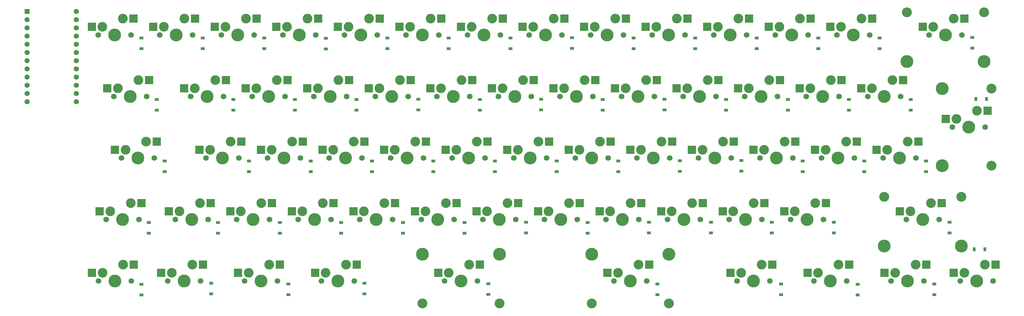
<source format=gbr>
%TF.GenerationSoftware,KiCad,Pcbnew,(6.0.7-1)-1*%
%TF.CreationDate,2022-10-01T18:19:12+02:00*%
%TF.ProjectId,staggered-keyboard,73746167-6765-4726-9564-2d6b6579626f,rev?*%
%TF.SameCoordinates,Original*%
%TF.FileFunction,Soldermask,Bot*%
%TF.FilePolarity,Negative*%
%FSLAX46Y46*%
G04 Gerber Fmt 4.6, Leading zero omitted, Abs format (unit mm)*
G04 Created by KiCad (PCBNEW (6.0.7-1)-1) date 2022-10-01 18:19:12*
%MOMM*%
%LPD*%
G01*
G04 APERTURE LIST*
%ADD10C,3.000000*%
%ADD11C,3.987800*%
%ADD12C,1.750000*%
%ADD13R,2.550000X2.500000*%
%ADD14C,3.048000*%
%ADD15R,1.600000X1.600000*%
%ADD16C,1.600000*%
%ADD17R,1.200000X0.900000*%
%ADD18R,0.900000X1.200000*%
G04 APERTURE END LIST*
D10*
%TO.C,MX54*%
X347821250Y-201295000D03*
D11*
X345281250Y-206375000D03*
D10*
X341471250Y-203835000D03*
D12*
X340201250Y-206375000D03*
X350361250Y-206375000D03*
D13*
X338196250Y-203835000D03*
X351123250Y-201295000D03*
D14*
X357219250Y-199390000D03*
X333343250Y-199390000D03*
D11*
X357219250Y-214630000D03*
X333343250Y-214630000D03*
%TD*%
D10*
%TO.C,MX60*%
X257333750Y-220345000D03*
D11*
X254793750Y-225425000D03*
D10*
X250983750Y-222885000D03*
D12*
X249713750Y-225425000D03*
X259873750Y-225425000D03*
D13*
X247708750Y-222885000D03*
X260635750Y-220345000D03*
D14*
X266731750Y-232410000D03*
X242855750Y-232410000D03*
D11*
X266731750Y-217170000D03*
X242855750Y-217170000D03*
%TD*%
D10*
%TO.C,MX59*%
X204946250Y-220345000D03*
D11*
X202406250Y-225425000D03*
D10*
X198596250Y-222885000D03*
D12*
X197326250Y-225425000D03*
X207486250Y-225425000D03*
D13*
X195321250Y-222885000D03*
X208248250Y-220345000D03*
D14*
X214344250Y-232410000D03*
X190468250Y-232410000D03*
D11*
X214344250Y-217170000D03*
X190468250Y-217170000D03*
%TD*%
D10*
%TO.C,MX61*%
X295433750Y-220345000D03*
D11*
X292893750Y-225425000D03*
D10*
X289083750Y-222885000D03*
D12*
X287813750Y-225425000D03*
X297973750Y-225425000D03*
D13*
X285808750Y-222885000D03*
X298735750Y-220345000D03*
%TD*%
D10*
%TO.C,MX56*%
X119221250Y-220345000D03*
D11*
X116681250Y-225425000D03*
D10*
X112871250Y-222885000D03*
D12*
X111601250Y-225425000D03*
X121761250Y-225425000D03*
D13*
X109596250Y-222885000D03*
X122523250Y-220345000D03*
%TD*%
D10*
%TO.C,MX58*%
X166846250Y-220345000D03*
D11*
X164306250Y-225425000D03*
D10*
X160496250Y-222885000D03*
D12*
X159226250Y-225425000D03*
X169386250Y-225425000D03*
D13*
X157221250Y-222885000D03*
X170148250Y-220345000D03*
%TD*%
D10*
%TO.C,MX57*%
X143033750Y-220345000D03*
D11*
X140493750Y-225425000D03*
D10*
X136683750Y-222885000D03*
D12*
X135413750Y-225425000D03*
X145573750Y-225425000D03*
D13*
X133408750Y-222885000D03*
X146335750Y-220345000D03*
%TD*%
D10*
%TO.C,MX62*%
X319246250Y-220345000D03*
D11*
X316706250Y-225425000D03*
D10*
X312896250Y-222885000D03*
D12*
X311626250Y-225425000D03*
X321786250Y-225425000D03*
D13*
X309621250Y-222885000D03*
X322548250Y-220345000D03*
%TD*%
D10*
%TO.C,MX42*%
X100171250Y-201295000D03*
D11*
X97631250Y-206375000D03*
D10*
X93821250Y-203835000D03*
D12*
X92551250Y-206375000D03*
X102711250Y-206375000D03*
D13*
X90546250Y-203835000D03*
X103473250Y-201295000D03*
%TD*%
D10*
%TO.C,MX63*%
X343058750Y-220345000D03*
D11*
X340518750Y-225425000D03*
D10*
X336708750Y-222885000D03*
D12*
X335438750Y-225425000D03*
X345598750Y-225425000D03*
D13*
X333433750Y-222885000D03*
X346360750Y-220345000D03*
%TD*%
D10*
%TO.C,MX29*%
X104933750Y-182245000D03*
D11*
X102393750Y-187325000D03*
D10*
X98583750Y-184785000D03*
D12*
X97313750Y-187325000D03*
X107473750Y-187325000D03*
D13*
X95308750Y-184785000D03*
X108235750Y-182245000D03*
%TD*%
%TO.C,MX15*%
X105817000Y-163170000D03*
X92890000Y-165710000D03*
D12*
X105055000Y-168250000D03*
X94895000Y-168250000D03*
D10*
X96165000Y-165710000D03*
D11*
X99975000Y-168250000D03*
D10*
X102515000Y-163170000D03*
%TD*%
D11*
%TO.C,MX28*%
X351266250Y-165844500D03*
X351266250Y-189720500D03*
D14*
X366506250Y-165844500D03*
X366506250Y-189720500D03*
D12*
X364601250Y-177782500D03*
X354441250Y-177782500D03*
D11*
X359521250Y-177782500D03*
D10*
X362061250Y-172702500D03*
D13*
X352436250Y-175242500D03*
D10*
X355711250Y-175242500D03*
D13*
X365363250Y-172702500D03*
%TD*%
D10*
%TO.C,MX14*%
X354902500Y-144132500D03*
D11*
X352362500Y-149212500D03*
D10*
X348552500Y-146672500D03*
D12*
X347282500Y-149212500D03*
X357442500Y-149212500D03*
D13*
X345277500Y-146672500D03*
X358204500Y-144132500D03*
D14*
X364300500Y-142227500D03*
X340424500Y-142227500D03*
D11*
X364300500Y-157467500D03*
X340424500Y-157467500D03*
%TD*%
D10*
%TO.C,MX1*%
X97750000Y-144140000D03*
D11*
X95210000Y-149220000D03*
D10*
X91400000Y-146680000D03*
D12*
X90130000Y-149220000D03*
X100290000Y-149220000D03*
D13*
X88125000Y-146680000D03*
X101052000Y-144140000D03*
%TD*%
D10*
%TO.C,MX20*%
X202517500Y-163177500D03*
D11*
X199977500Y-168257500D03*
D10*
X196167500Y-165717500D03*
D12*
X194897500Y-168257500D03*
X205057500Y-168257500D03*
D13*
X192892500Y-165717500D03*
X205819500Y-163177500D03*
%TD*%
D10*
%TO.C,MX50*%
X254905000Y-201277500D03*
D11*
X252365000Y-206357500D03*
D10*
X248555000Y-203817500D03*
D12*
X247285000Y-206357500D03*
X257445000Y-206357500D03*
D13*
X245280000Y-203817500D03*
X258207000Y-201277500D03*
%TD*%
D10*
%TO.C,MX53*%
X312055000Y-201277500D03*
D11*
X309515000Y-206357500D03*
D10*
X305705000Y-203817500D03*
D12*
X304435000Y-206357500D03*
X314595000Y-206357500D03*
D13*
X302430000Y-203817500D03*
X315357000Y-201277500D03*
%TD*%
D10*
%TO.C,MX27*%
X335867500Y-163177500D03*
D11*
X333327500Y-168257500D03*
D10*
X329517500Y-165717500D03*
D12*
X328247500Y-168257500D03*
X338407500Y-168257500D03*
D13*
X326242500Y-165717500D03*
X339169500Y-163177500D03*
%TD*%
D10*
%TO.C,MX39*%
X302530000Y-182227500D03*
D11*
X299990000Y-187307500D03*
D10*
X296180000Y-184767500D03*
D12*
X294910000Y-187307500D03*
X305070000Y-187307500D03*
D13*
X292905000Y-184767500D03*
X305832000Y-182227500D03*
%TD*%
D10*
%TO.C,MX21*%
X221567500Y-163177500D03*
D11*
X219027500Y-168257500D03*
D10*
X215217500Y-165717500D03*
D12*
X213947500Y-168257500D03*
X224107500Y-168257500D03*
D13*
X211942500Y-165717500D03*
X224869500Y-163177500D03*
%TD*%
D10*
%TO.C,MX64*%
X364490000Y-220345000D03*
D11*
X361950000Y-225425000D03*
D10*
X358140000Y-222885000D03*
D12*
X356870000Y-225425000D03*
X367030000Y-225425000D03*
D13*
X354865000Y-222885000D03*
X367792000Y-220345000D03*
%TD*%
D10*
%TO.C,MX7*%
X212042500Y-144127500D03*
D11*
X209502500Y-149207500D03*
D10*
X205692500Y-146667500D03*
D12*
X204422500Y-149207500D03*
X214582500Y-149207500D03*
D13*
X202417500Y-146667500D03*
X215344500Y-144127500D03*
%TD*%
D10*
%TO.C,MX10*%
X269192500Y-144127500D03*
D11*
X266652500Y-149207500D03*
D10*
X262842500Y-146667500D03*
D12*
X261572500Y-149207500D03*
X271732500Y-149207500D03*
D13*
X259567500Y-146667500D03*
X272494500Y-144127500D03*
%TD*%
D10*
%TO.C,MX51*%
X273955000Y-201277500D03*
D11*
X271415000Y-206357500D03*
D10*
X267605000Y-203817500D03*
D12*
X266335000Y-206357500D03*
X276495000Y-206357500D03*
D13*
X264330000Y-203817500D03*
X277257000Y-201277500D03*
%TD*%
D10*
%TO.C,MX17*%
X145367500Y-163177500D03*
D11*
X142827500Y-168257500D03*
D10*
X139017500Y-165717500D03*
D12*
X137747500Y-168257500D03*
X147907500Y-168257500D03*
D13*
X135742500Y-165717500D03*
X148669500Y-163177500D03*
%TD*%
D10*
%TO.C,MX25*%
X297767500Y-163177500D03*
D11*
X295227500Y-168257500D03*
D10*
X291417500Y-165717500D03*
D12*
X290147500Y-168257500D03*
X300307500Y-168257500D03*
D13*
X288142500Y-165717500D03*
X301069500Y-163177500D03*
%TD*%
D10*
%TO.C,MX22*%
X240617500Y-163177500D03*
D11*
X238077500Y-168257500D03*
D10*
X234267500Y-165717500D03*
D12*
X232997500Y-168257500D03*
X243157500Y-168257500D03*
D13*
X230992500Y-165717500D03*
X243919500Y-163177500D03*
%TD*%
D10*
%TO.C,MX8*%
X231092500Y-144127500D03*
D11*
X228552500Y-149207500D03*
D10*
X224742500Y-146667500D03*
D12*
X223472500Y-149207500D03*
X233632500Y-149207500D03*
D13*
X221467500Y-146667500D03*
X234394500Y-144127500D03*
%TD*%
D10*
%TO.C,MX44*%
X140605000Y-201277500D03*
D11*
X138065000Y-206357500D03*
D10*
X134255000Y-203817500D03*
D12*
X132985000Y-206357500D03*
X143145000Y-206357500D03*
D13*
X130980000Y-203817500D03*
X143907000Y-201277500D03*
%TD*%
D10*
%TO.C,MX43*%
X121620000Y-201310000D03*
D11*
X119080000Y-206390000D03*
D10*
X115270000Y-203850000D03*
D12*
X114000000Y-206390000D03*
X124160000Y-206390000D03*
D13*
X111995000Y-203850000D03*
X124922000Y-201310000D03*
%TD*%
D10*
%TO.C,MX55*%
X97790000Y-220345000D03*
D11*
X95250000Y-225425000D03*
D10*
X91440000Y-222885000D03*
D12*
X90170000Y-225425000D03*
X100330000Y-225425000D03*
D13*
X88165000Y-222885000D03*
X101092000Y-220345000D03*
%TD*%
D10*
%TO.C,MX3*%
X135842500Y-144127500D03*
D11*
X133302500Y-149207500D03*
D10*
X129492500Y-146667500D03*
D12*
X128222500Y-149207500D03*
X138382500Y-149207500D03*
D13*
X126217500Y-146667500D03*
X139144500Y-144127500D03*
%TD*%
D10*
%TO.C,MX23*%
X259667500Y-163177500D03*
D11*
X257127500Y-168257500D03*
D10*
X253317500Y-165717500D03*
D12*
X252047500Y-168257500D03*
X262207500Y-168257500D03*
D13*
X250042500Y-165717500D03*
X262969500Y-163177500D03*
%TD*%
D10*
%TO.C,MX4*%
X154892500Y-144127500D03*
D11*
X152352500Y-149207500D03*
D10*
X148542500Y-146667500D03*
D12*
X147272500Y-149207500D03*
X157432500Y-149207500D03*
D13*
X145267500Y-146667500D03*
X158194500Y-144127500D03*
%TD*%
D10*
%TO.C,MX49*%
X235855000Y-201277500D03*
D11*
X233315000Y-206357500D03*
D10*
X229505000Y-203817500D03*
D12*
X228235000Y-206357500D03*
X238395000Y-206357500D03*
D13*
X226230000Y-203817500D03*
X239157000Y-201277500D03*
%TD*%
D10*
%TO.C,MX11*%
X288242500Y-144127500D03*
D11*
X285702500Y-149207500D03*
D10*
X281892500Y-146667500D03*
D12*
X280622500Y-149207500D03*
X290782500Y-149207500D03*
D13*
X278617500Y-146667500D03*
X291544500Y-144127500D03*
%TD*%
D10*
%TO.C,MX35*%
X226330000Y-182227500D03*
D11*
X223790000Y-187307500D03*
D10*
X219980000Y-184767500D03*
D12*
X218710000Y-187307500D03*
X228870000Y-187307500D03*
D13*
X216705000Y-184767500D03*
X229632000Y-182227500D03*
%TD*%
D10*
%TO.C,MX13*%
X326342500Y-144127500D03*
D11*
X323802500Y-149207500D03*
D10*
X319992500Y-146667500D03*
D12*
X318722500Y-149207500D03*
X328882500Y-149207500D03*
D13*
X316717500Y-146667500D03*
X329644500Y-144127500D03*
%TD*%
D10*
%TO.C,MX41*%
X340630000Y-182227500D03*
D11*
X338090000Y-187307500D03*
D10*
X334280000Y-184767500D03*
D12*
X333010000Y-187307500D03*
X343170000Y-187307500D03*
D13*
X331005000Y-184767500D03*
X343932000Y-182227500D03*
%TD*%
D10*
%TO.C,MX36*%
X245380000Y-182227500D03*
D11*
X242840000Y-187307500D03*
D10*
X239030000Y-184767500D03*
D12*
X237760000Y-187307500D03*
X247920000Y-187307500D03*
D13*
X235755000Y-184767500D03*
X248682000Y-182227500D03*
%TD*%
D10*
%TO.C,MX5*%
X173942500Y-144127500D03*
D11*
X171402500Y-149207500D03*
D10*
X167592500Y-146667500D03*
D12*
X166322500Y-149207500D03*
X176482500Y-149207500D03*
D13*
X164317500Y-146667500D03*
X177244500Y-144127500D03*
%TD*%
D10*
%TO.C,MX32*%
X169180000Y-182227500D03*
D11*
X166640000Y-187307500D03*
D10*
X162830000Y-184767500D03*
D12*
X161560000Y-187307500D03*
X171720000Y-187307500D03*
D13*
X159555000Y-184767500D03*
X172482000Y-182227500D03*
%TD*%
D10*
%TO.C,MX40*%
X321580000Y-182227500D03*
D11*
X319040000Y-187307500D03*
D10*
X315230000Y-184767500D03*
D12*
X313960000Y-187307500D03*
X324120000Y-187307500D03*
D13*
X311955000Y-184767500D03*
X324882000Y-182227500D03*
%TD*%
D10*
%TO.C,MX2*%
X116760000Y-144130000D03*
D11*
X114220000Y-149210000D03*
D10*
X110410000Y-146670000D03*
D12*
X109140000Y-149210000D03*
X119300000Y-149210000D03*
D13*
X107135000Y-146670000D03*
X120062000Y-144130000D03*
%TD*%
D10*
%TO.C,MX26*%
X316817500Y-163177500D03*
D11*
X314277500Y-168257500D03*
D10*
X310467500Y-165717500D03*
D12*
X309197500Y-168257500D03*
X319357500Y-168257500D03*
D13*
X307192500Y-165717500D03*
X320119500Y-163177500D03*
%TD*%
D10*
%TO.C,MX9*%
X250142500Y-144127500D03*
D11*
X247602500Y-149207500D03*
D10*
X243792500Y-146667500D03*
D12*
X242522500Y-149207500D03*
X252682500Y-149207500D03*
D13*
X240517500Y-146667500D03*
X253444500Y-144127500D03*
%TD*%
D10*
%TO.C,MX34*%
X207280000Y-182227500D03*
D11*
X204740000Y-187307500D03*
D10*
X200930000Y-184767500D03*
D12*
X199660000Y-187307500D03*
X209820000Y-187307500D03*
D13*
X197655000Y-184767500D03*
X210582000Y-182227500D03*
%TD*%
D10*
%TO.C,MX18*%
X164417500Y-163177500D03*
D11*
X161877500Y-168257500D03*
D10*
X158067500Y-165717500D03*
D12*
X156797500Y-168257500D03*
X166957500Y-168257500D03*
D13*
X154792500Y-165717500D03*
X167719500Y-163177500D03*
%TD*%
D10*
%TO.C,MX46*%
X178705000Y-201277500D03*
D11*
X176165000Y-206357500D03*
D10*
X172355000Y-203817500D03*
D12*
X171085000Y-206357500D03*
X181245000Y-206357500D03*
D13*
X169080000Y-203817500D03*
X182007000Y-201277500D03*
%TD*%
D10*
%TO.C,MX33*%
X188230000Y-182227500D03*
D11*
X185690000Y-187307500D03*
D10*
X181880000Y-184767500D03*
D12*
X180610000Y-187307500D03*
X190770000Y-187307500D03*
D13*
X178605000Y-184767500D03*
X191532000Y-182227500D03*
%TD*%
D10*
%TO.C,MX12*%
X307292500Y-144127500D03*
D11*
X304752500Y-149207500D03*
D10*
X300942500Y-146667500D03*
D12*
X299672500Y-149207500D03*
X309832500Y-149207500D03*
D13*
X297667500Y-146667500D03*
X310594500Y-144127500D03*
%TD*%
D10*
%TO.C,MX48*%
X216805000Y-201277500D03*
D11*
X214265000Y-206357500D03*
D10*
X210455000Y-203817500D03*
D12*
X209185000Y-206357500D03*
X219345000Y-206357500D03*
D13*
X207180000Y-203817500D03*
X220107000Y-201277500D03*
%TD*%
D10*
%TO.C,MX37*%
X264430000Y-182227500D03*
D11*
X261890000Y-187307500D03*
D10*
X258080000Y-184767500D03*
D12*
X256810000Y-187307500D03*
X266970000Y-187307500D03*
D13*
X254805000Y-184767500D03*
X267732000Y-182227500D03*
%TD*%
D10*
%TO.C,MX52*%
X293005000Y-201277500D03*
D11*
X290465000Y-206357500D03*
D10*
X286655000Y-203817500D03*
D12*
X285385000Y-206357500D03*
X295545000Y-206357500D03*
D13*
X283380000Y-203817500D03*
X296307000Y-201277500D03*
%TD*%
D10*
%TO.C,MX6*%
X192992500Y-144127500D03*
D11*
X190452500Y-149207500D03*
D10*
X186642500Y-146667500D03*
D12*
X185372500Y-149207500D03*
X195532500Y-149207500D03*
D13*
X183367500Y-146667500D03*
X196294500Y-144127500D03*
%TD*%
D10*
%TO.C,MX24*%
X278717500Y-163177500D03*
D11*
X276177500Y-168257500D03*
D10*
X272367500Y-165717500D03*
D12*
X271097500Y-168257500D03*
X281257500Y-168257500D03*
D13*
X269092500Y-165717500D03*
X282019500Y-163177500D03*
%TD*%
D10*
%TO.C,MX30*%
X131080000Y-182227500D03*
D11*
X128540000Y-187307500D03*
D10*
X124730000Y-184767500D03*
D12*
X123460000Y-187307500D03*
X133620000Y-187307500D03*
D13*
X121455000Y-184767500D03*
X134382000Y-182227500D03*
%TD*%
D10*
%TO.C,MX47*%
X197755000Y-201277500D03*
D11*
X195215000Y-206357500D03*
D10*
X191405000Y-203817500D03*
D12*
X190135000Y-206357500D03*
X200295000Y-206357500D03*
D13*
X188130000Y-203817500D03*
X201057000Y-201277500D03*
%TD*%
D10*
%TO.C,MX45*%
X159655000Y-201277500D03*
D11*
X157115000Y-206357500D03*
D10*
X153305000Y-203817500D03*
D12*
X152035000Y-206357500D03*
X162195000Y-206357500D03*
D13*
X150030000Y-203817500D03*
X162957000Y-201277500D03*
%TD*%
D10*
%TO.C,MX19*%
X183467500Y-163177500D03*
D11*
X180927500Y-168257500D03*
D10*
X177117500Y-165717500D03*
D12*
X175847500Y-168257500D03*
X186007500Y-168257500D03*
D13*
X173842500Y-165717500D03*
X186769500Y-163177500D03*
%TD*%
D10*
%TO.C,MX38*%
X283480000Y-182227500D03*
D11*
X280940000Y-187307500D03*
D10*
X277130000Y-184767500D03*
D12*
X275860000Y-187307500D03*
X286020000Y-187307500D03*
D13*
X273855000Y-184767500D03*
X286782000Y-182227500D03*
%TD*%
D10*
%TO.C,MX16*%
X126317500Y-163177500D03*
D11*
X123777500Y-168257500D03*
D10*
X119967500Y-165717500D03*
D12*
X118697500Y-168257500D03*
X128857500Y-168257500D03*
D13*
X116692500Y-165717500D03*
X129619500Y-163177500D03*
%TD*%
D10*
%TO.C,MX31*%
X150130000Y-182227500D03*
D11*
X147590000Y-187307500D03*
D10*
X143780000Y-184767500D03*
D12*
X142510000Y-187307500D03*
X152670000Y-187307500D03*
D13*
X140505000Y-184767500D03*
X153432000Y-182227500D03*
%TD*%
D15*
%TO.C,U1*%
X68060000Y-141940000D03*
D16*
X68060000Y-144480000D03*
X68060000Y-147020000D03*
X68060000Y-149560000D03*
X68060000Y-152100000D03*
X68060000Y-154640000D03*
X68060000Y-157180000D03*
X68060000Y-159720000D03*
X68060000Y-162260000D03*
X68060000Y-164800000D03*
X68060000Y-167340000D03*
X68060000Y-169880000D03*
X83300000Y-169880000D03*
X83300000Y-167340000D03*
X83300000Y-164800000D03*
X83300000Y-162260000D03*
X83300000Y-159720000D03*
X83300000Y-157180000D03*
X83300000Y-154640000D03*
X83300000Y-152100000D03*
X83300000Y-149560000D03*
X83300000Y-147020000D03*
X83300000Y-144480000D03*
X83300000Y-141940000D03*
%TD*%
D17*
%TO.C,D18*%
X170070000Y-172490000D03*
X170070000Y-169190000D03*
%TD*%
%TO.C,D40*%
X327190000Y-191520000D03*
X327190000Y-188220000D03*
%TD*%
%TO.C,D13*%
X331950000Y-153500000D03*
X331950000Y-150200000D03*
%TD*%
D18*
%TO.C,D28*%
X365010000Y-169000000D03*
X361710000Y-169000000D03*
%TD*%
D17*
%TO.C,D36*%
X251050000Y-191600000D03*
X251050000Y-188300000D03*
%TD*%
%TO.C,D59*%
X210880000Y-229570000D03*
X210880000Y-226270000D03*
%TD*%
%TO.C,D53*%
X317760000Y-210490000D03*
X317760000Y-207190000D03*
%TD*%
%TO.C,D10*%
X274860000Y-153450000D03*
X274860000Y-150150000D03*
%TD*%
%TO.C,D50*%
X260550000Y-210550000D03*
X260550000Y-207250000D03*
%TD*%
%TO.C,D35*%
X231990000Y-191550000D03*
X231990000Y-188250000D03*
%TD*%
%TO.C,D26*%
X322420000Y-172520000D03*
X322420000Y-169220000D03*
%TD*%
%TO.C,D21*%
X227180000Y-172420000D03*
X227180000Y-169120000D03*
%TD*%
%TO.C,D45*%
X165330000Y-210580000D03*
X165330000Y-207280000D03*
%TD*%
%TO.C,D23*%
X265330000Y-172450000D03*
X265330000Y-169150000D03*
%TD*%
%TO.C,D24*%
X284400000Y-172520000D03*
X284400000Y-169220000D03*
%TD*%
%TO.C,D15*%
X108210000Y-172550000D03*
X108210000Y-169250000D03*
%TD*%
%TO.C,D22*%
X246250000Y-172500000D03*
X246250000Y-169200000D03*
%TD*%
%TO.C,D32*%
X174900000Y-191550000D03*
X174900000Y-188250000D03*
%TD*%
%TO.C,D12*%
X312950000Y-153460000D03*
X312950000Y-150160000D03*
%TD*%
%TO.C,D2*%
X122430000Y-153420000D03*
X122430000Y-150120000D03*
%TD*%
%TO.C,D7*%
X217680000Y-153430000D03*
X217680000Y-150130000D03*
%TD*%
%TO.C,D4*%
X160570000Y-153530000D03*
X160570000Y-150230000D03*
%TD*%
%TO.C,D25*%
X303530000Y-172490000D03*
X303530000Y-169190000D03*
%TD*%
%TO.C,D55*%
X103480000Y-229730000D03*
X103480000Y-226430000D03*
%TD*%
%TO.C,D61*%
X301440000Y-229630000D03*
X301440000Y-226330000D03*
%TD*%
%TO.C,D8*%
X236760000Y-153400000D03*
X236760000Y-150100000D03*
%TD*%
%TO.C,D42*%
X105800000Y-210580000D03*
X105800000Y-207280000D03*
%TD*%
%TO.C,D16*%
X131950000Y-172490000D03*
X131950000Y-169190000D03*
%TD*%
%TO.C,D6*%
X198600000Y-153430000D03*
X198600000Y-150130000D03*
%TD*%
%TO.C,D33*%
X193810000Y-191550000D03*
X193810000Y-188250000D03*
%TD*%
%TO.C,D60*%
X263130000Y-229700000D03*
X263130000Y-226400000D03*
%TD*%
%TO.C,D57*%
X148950000Y-229660000D03*
X148950000Y-226360000D03*
%TD*%
%TO.C,D1*%
X103470000Y-153450000D03*
X103470000Y-150150000D03*
%TD*%
%TO.C,D34*%
X212850000Y-191550000D03*
X212850000Y-188250000D03*
%TD*%
%TO.C,D38*%
X289130000Y-191400000D03*
X289130000Y-188100000D03*
%TD*%
%TO.C,D43*%
X127220000Y-210630000D03*
X127220000Y-207330000D03*
%TD*%
%TO.C,D56*%
X125040000Y-229440000D03*
X125040000Y-226140000D03*
%TD*%
%TO.C,D51*%
X279730000Y-210550000D03*
X279730000Y-207250000D03*
%TD*%
%TO.C,D27*%
X341530000Y-172520000D03*
X341530000Y-169220000D03*
%TD*%
%TO.C,D14*%
X360610000Y-153300000D03*
X360610000Y-150000000D03*
%TD*%
%TO.C,D46*%
X184410000Y-210580000D03*
X184410000Y-207280000D03*
%TD*%
%TO.C,D49*%
X241570000Y-210610000D03*
X241570000Y-207310000D03*
%TD*%
%TO.C,D5*%
X179620000Y-153490000D03*
X179620000Y-150190000D03*
%TD*%
%TO.C,D30*%
X136770000Y-191600000D03*
X136770000Y-188300000D03*
%TD*%
%TO.C,D17*%
X151010000Y-172490000D03*
X151010000Y-169190000D03*
%TD*%
%TO.C,D29*%
X110650000Y-191600000D03*
X110650000Y-188300000D03*
%TD*%
%TO.C,D20*%
X208190000Y-172550000D03*
X208190000Y-169250000D03*
%TD*%
%TO.C,D9*%
X255760000Y-153470000D03*
X255760000Y-150170000D03*
%TD*%
%TO.C,D62*%
X325130000Y-229780000D03*
X325130000Y-226480000D03*
%TD*%
%TO.C,D58*%
X172500000Y-229440000D03*
X172500000Y-226140000D03*
%TD*%
%TO.C,D54*%
X353560000Y-210540000D03*
X353560000Y-207240000D03*
%TD*%
%TO.C,D3*%
X141460000Y-153450000D03*
X141460000Y-150150000D03*
%TD*%
%TO.C,D63*%
X348840000Y-229700000D03*
X348840000Y-226400000D03*
%TD*%
%TO.C,D44*%
X146310000Y-210580000D03*
X146310000Y-207280000D03*
%TD*%
%TO.C,D52*%
X298600000Y-210490000D03*
X298600000Y-207190000D03*
%TD*%
%TO.C,D39*%
X308150000Y-191520000D03*
X308150000Y-188220000D03*
%TD*%
%TO.C,D47*%
X203480000Y-210610000D03*
X203480000Y-207310000D03*
%TD*%
%TO.C,D37*%
X270120000Y-191500000D03*
X270120000Y-188200000D03*
%TD*%
%TO.C,D41*%
X346280000Y-191570000D03*
X346280000Y-188270000D03*
%TD*%
%TO.C,D48*%
X222490000Y-210500000D03*
X222490000Y-207200000D03*
%TD*%
%TO.C,D19*%
X189130000Y-172450000D03*
X189130000Y-169150000D03*
%TD*%
%TO.C,D31*%
X155880000Y-191600000D03*
X155880000Y-188300000D03*
%TD*%
D18*
%TO.C,D64*%
X361180000Y-215580000D03*
X364480000Y-215580000D03*
%TD*%
D17*
%TO.C,D11*%
X293930000Y-153430000D03*
X293930000Y-150130000D03*
%TD*%
M02*

</source>
